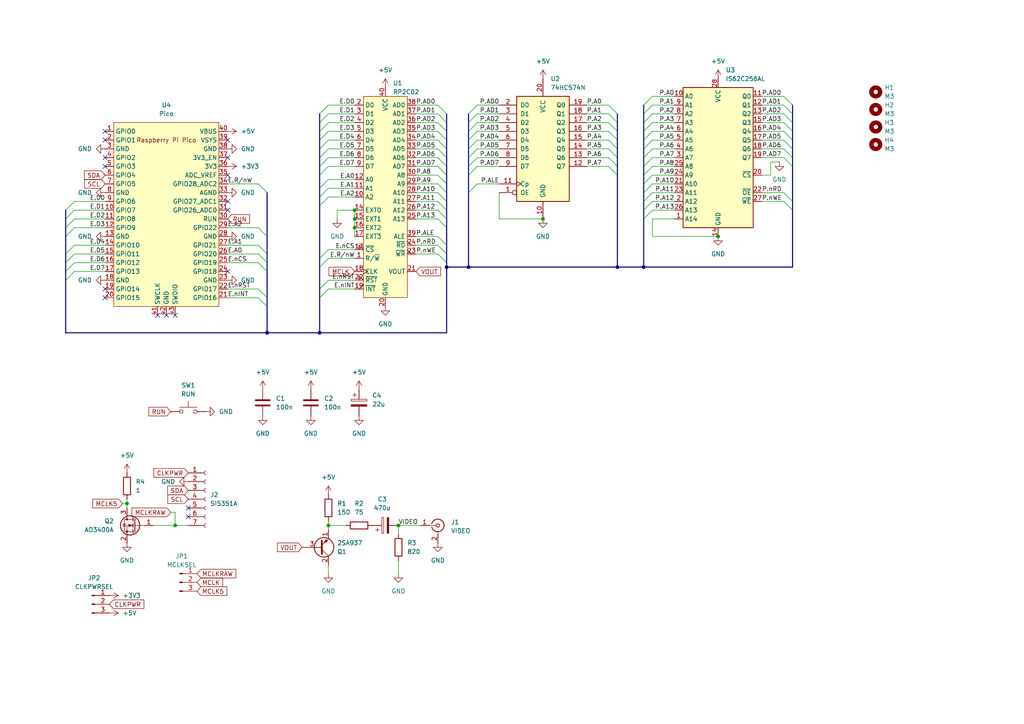
<source format=kicad_sch>
(kicad_sch (version 20231120) (generator "eeschema") (generator_version "8.0")
  (paper "A4")
  (lib_symbols
    (symbol "74xx:74LS574" (pin_names (offset 1.016))
      (property "Reference" "U" (at -7.62 16.51 0))
      (property "Value" "74LS574" (at -7.62 -16.51 0))
      (symbol "74LS574_1_0"
        (pin input inverted (at -12.7 -12.7 0) (length 5.08) (name "OE") (number "1"))
        (pin power_in line (at 0 -20.32 90) (length 5.08) (name "GND") (number "10"))
        (pin input clock (at -12.7 -10.16 0) (length 5.08) (name "Cp") (number "11"))
        (pin tri_state line (at 12.7 -5.08 180) (length 5.08) (name "Q7") (number "12"))
        (pin tri_state line (at 12.7 -2.54 180) (length 5.08) (name "Q6") (number "13"))
        (pin tri_state line (at 12.7 0 180) (length 5.08) (name "Q5") (number "14"))
        (pin tri_state line (at 12.7 2.54 180) (length 5.08) (name "Q4") (number "15"))
        (pin tri_state line (at 12.7 5.08 180) (length 5.08) (name "Q3") (number "16"))
        (pin tri_state line (at 12.7 7.62 180) (length 5.08) (name "Q2") (number "17"))
        (pin tri_state line (at 12.7 10.16 180) (length 5.08) (name "Q1") (number "18"))
        (pin tri_state line (at 12.7 12.7 180) (length 5.08) (name "Q0") (number "19"))
        (pin input line (at -12.7 12.7 0) (length 5.08) (name "D0") (number "2"))
        (pin power_in line (at 0 20.32 270) (length 5.08) (name "VCC") (number "20"))
        (pin input line (at -12.7 10.16 0) (length 5.08) (name "D1") (number "3"))
        (pin input line (at -12.7 7.62 0) (length 5.08) (name "D2") (number "4"))
        (pin input line (at -12.7 5.08 0) (length 5.08) (name "D3") (number "5"))
        (pin input line (at -12.7 2.54 0) (length 5.08) (name "D4") (number "6"))
        (pin input line (at -12.7 0 0) (length 5.08) (name "D5") (number "7"))
        (pin input line (at -12.7 -2.54 0) (length 5.08) (name "D6") (number "8"))
        (pin input line (at -12.7 -5.08 0) (length 5.08) (name "D7") (number "9"))
      )
    )
    (symbol "Connector:Conn_01x03_Pin" (pin_names (offset 1.016) hide)
      (property "Reference" "J" (at 0 5.08 0))
      (property "Value" "Conn_01x03_Pin" (at 0 -5.08 0))
      (symbol "Conn_01x03_Pin_1_1"
        (pin passive line (at 5.08 2.54 180) (length 3.81) (name "Pin_1") (number "1"))
        (pin passive line (at 5.08 0 180) (length 3.81) (name "Pin_2") (number "2"))
        (pin passive line (at 5.08 -2.54 180) (length 3.81) (name "Pin_3") (number "3"))
      )
    )
    (symbol "Connector:Conn_01x07_Socket" (pin_names (offset 1.016) hide)
      (property "Reference" "J" (at 0 10.16 0))
      (property "Value" "Conn_01x07_Socket" (at 0 -10.16 0))
      (symbol "Conn_01x07_Socket_1_1"
        (pin passive line (at -5.08 7.62 0) (length 3.81) (name "Pin_1") (number "1"))
        (pin passive line (at -5.08 5.08 0) (length 3.81) (name "Pin_2") (number "2"))
        (pin passive line (at -5.08 2.54 0) (length 3.81) (name "Pin_3") (number "3"))
        (pin passive line (at -5.08 0 0) (length 3.81) (name "Pin_4") (number "4"))
        (pin passive line (at -5.08 -2.54 0) (length 3.81) (name "Pin_5") (number "5"))
        (pin passive line (at -5.08 -5.08 0) (length 3.81) (name "Pin_6") (number "6"))
        (pin passive line (at -5.08 -7.62 0) (length 3.81) (name "Pin_7") (number "7"))
      )
    )
    (symbol "Connector:Conn_Coaxial" (pin_names (offset 1.016) hide)
      (property "Reference" "J" (at 0.254 3.048 0))
      (property "Value" "Conn_Coaxial" (at 2.921 0 90))
      (symbol "Conn_Coaxial_1_1"
        (pin passive line (at -5.08 0 0) (length 2.54) (name "In") (number "1"))
        (pin passive line (at 0 -5.08 90) (length 2.54) (name "Ext") (number "2"))
      )
    )
    (symbol "Device:C" (pin_numbers hide) (pin_names (offset 0.254))
      (property "Reference" "C" (at 0.635 2.54 0))
      (property "Value" "C" (at 0.635 -2.54 0))
      (symbol "C_1_1"
        (pin passive line (at 0 3.81 270) (length 2.794) (name "~") (number "1"))
        (pin passive line (at 0 -3.81 90) (length 2.794) (name "~") (number "2"))
      )
    )
    (symbol "Device:C_Polarized" (pin_numbers hide) (pin_names (offset 0.254))
      (property "Reference" "C" (at 0.635 2.54 0))
      (property "Value" "C_Polarized" (at 0.635 -2.54 0))
      (symbol "C_Polarized_1_1"
        (pin passive line (at 0 3.81 270) (length 2.794) (name "~") (number "1"))
        (pin passive line (at 0 -3.81 90) (length 2.794) (name "~") (number "2"))
      )
    )
    (symbol "Device:Q_PNP_ECB" (pin_names (offset 0) hide)
      (property "Reference" "Q" (at 5.08 1.27 0))
      (property "Value" "Q_PNP_ECB" (at 5.08 -1.27 0))
      (symbol "Q_PNP_ECB_1_1"
        (pin passive line (at 2.54 -5.08 90) (length 2.54) (name "E") (number "1"))
        (pin passive line (at 2.54 5.08 270) (length 2.54) (name "C") (number "2"))
        (pin input line (at -5.08 0 0) (length 5.715) (name "B") (number "3"))
      )
    )
    (symbol "Device:R" (pin_numbers hide) (pin_names (offset 0))
      (property "Reference" "R" (at 2.032 0 90))
      (property "Value" "R" (at 0 0 90))
      (symbol "R_1_1"
        (pin passive line (at 0 3.81 270) (length 1.27) (name "~") (number "1"))
        (pin passive line (at 0 -3.81 90) (length 1.27) (name "~") (number "2"))
      )
    )
    (symbol "MCU_RaspberryPi_and_Boards:Pico"
      (property "Reference" "U" (at -13.97 27.94 0))
      (property "Value" "Pico" (at 0 19.05 0))
      (symbol "Pico_0_0"
        (text "Raspberry Pi Pico" (at 0 21.59 0) (effects (font (size 1.27 1.27))))
      )
      (symbol "Pico_1_1"
        (pin bidirectional line (at -17.78 24.13 0) (length 2.54) (name "GPIO0") (number "1"))
        (pin bidirectional line (at -17.78 1.27 0) (length 2.54) (name "GPIO7") (number "10"))
        (pin bidirectional line (at -17.78 -1.27 0) (length 2.54) (name "GPIO8") (number "11"))
        (pin bidirectional line (at -17.78 -3.81 0) (length 2.54) (name "GPIO9") (number "12"))
        (pin power_in line (at -17.78 -6.35 0) (length 2.54) (name "GND") (number "13"))
        (pin bidirectional line (at -17.78 -8.89 0) (length 2.54) (name "GPIO10") (number "14"))
        (pin bidirectional line (at -17.78 -11.43 0) (length 2.54) (name "GPIO11") (number "15"))
        (pin bidirectional line (at -17.78 -13.97 0) (length 2.54) (name "GPIO12") (number "16"))
        (pin bidirectional line (at -17.78 -16.51 0) (length 2.54) (name "GPIO13") (number "17"))
        (pin power_in line (at -17.78 -19.05 0) (length 2.54) (name "GND") (number "18"))
        (pin bidirectional line (at -17.78 -21.59 0) (length 2.54) (name "GPIO14") (number "19"))
        (pin bidirectional line (at -17.78 21.59 0) (length 2.54) (name "GPIO1") (number "2"))
        (pin bidirectional line (at -17.78 -24.13 0) (length 2.54) (name "GPIO15") (number "20"))
        (pin bidirectional line (at 17.78 -24.13 180) (length 2.54) (name "GPIO16") (number "21"))
        (pin bidirectional line (at 17.78 -21.59 180) (length 2.54) (name "GPIO17") (number "22"))
        (pin power_in line (at 17.78 -19.05 180) (length 2.54) (name "GND") (number "23"))
        (pin bidirectional line (at 17.78 -16.51 180) (length 2.54) (name "GPIO18") (number "24"))
        (pin bidirectional line (at 17.78 -13.97 180) (length 2.54) (name "GPIO19") (number "25"))
        (pin bidirectional line (at 17.78 -11.43 180) (length 2.54) (name "GPIO20") (number "26"))
        (pin bidirectional line (at 17.78 -8.89 180) (length 2.54) (name "GPIO21") (number "27"))
        (pin power_in line (at 17.78 -6.35 180) (length 2.54) (name "GND") (number "28"))
        (pin bidirectional line (at 17.78 -3.81 180) (length 2.54) (name "GPIO22") (number "29"))
        (pin power_in line (at -17.78 19.05 0) (length 2.54) (name "GND") (number "3"))
        (pin input line (at 17.78 -1.27 180) (length 2.54) (name "RUN") (number "30"))
        (pin bidirectional line (at 17.78 1.27 180) (length 2.54) (name "GPIO26_ADC0") (number "31"))
        (pin bidirectional line (at 17.78 3.81 180) (length 2.54) (name "GPIO27_ADC1") (number "32"))
        (pin power_in line (at 17.78 6.35 180) (length 2.54) (name "AGND") (number "33"))
        (pin bidirectional line (at 17.78 8.89 180) (length 2.54) (name "GPIO28_ADC2") (number "34"))
        (pin power_in line (at 17.78 11.43 180) (length 2.54) (name "ADC_VREF") (number "35"))
        (pin power_in line (at 17.78 13.97 180) (length 2.54) (name "3V3") (number "36"))
        (pin input line (at 17.78 16.51 180) (length 2.54) (name "3V3_EN") (number "37"))
        (pin bidirectional line (at 17.78 19.05 180) (length 2.54) (name "GND") (number "38"))
        (pin power_in line (at 17.78 21.59 180) (length 2.54) (name "VSYS") (number "39"))
        (pin bidirectional line (at -17.78 16.51 0) (length 2.54) (name "GPIO2") (number "4"))
        (pin power_in line (at 17.78 24.13 180) (length 2.54) (name "VBUS") (number "40"))
        (pin input line (at -2.54 -29.21 90) (length 2.54) (name "SWCLK") (number "41"))
        (pin power_in line (at 0 -29.21 90) (length 2.54) (name "GND") (number "42"))
        (pin bidirectional line (at 2.54 -29.21 90) (length 2.54) (name "SWDIO") (number "43"))
        (pin bidirectional line (at -17.78 13.97 0) (length 2.54) (name "GPIO3") (number "5"))
        (pin bidirectional line (at -17.78 11.43 0) (length 2.54) (name "GPIO4") (number "6"))
        (pin bidirectional line (at -17.78 8.89 0) (length 2.54) (name "GPIO5") (number "7"))
        (pin power_in line (at -17.78 6.35 0) (length 2.54) (name "GND") (number "8"))
        (pin bidirectional line (at -17.78 3.81 0) (length 2.54) (name "GPIO6") (number "9"))
      )
    )
    (symbol "Mechanical:MountingHole" (pin_names (offset 1.016)) (exclude_from_sim yes) (in_bom no)
      (property "Reference" "H" (at 0 5.08 0))
      (property "Value" "MountingHole" (at 0 3.175 0))
    )
    (symbol "Memory_RAM:HM62256BLP"
      (property "Reference" "U" (at -10.16 20.955 0))
      (property "Value" "HM62256BLP" (at 2.54 20.955 0))
      (symbol "HM62256BLP_0_0"
        (pin power_in line (at 0 -22.86 90) (length 2.54) (name "GND") (number "14"))
        (pin power_in line (at 0 22.86 270) (length 2.54) (name "VCC") (number "28"))
      )
      (symbol "HM62256BLP_1_1"
        (pin input line (at -12.7 -17.78 0) (length 2.54) (name "A14") (number "1"))
        (pin input line (at -12.7 17.78 0) (length 2.54) (name "A0") (number "10"))
        (pin tri_state line (at 12.7 17.78 180) (length 2.54) (name "Q0") (number "11"))
        (pin tri_state line (at 12.7 15.24 180) (length 2.54) (name "Q1") (number "12"))
        (pin tri_state line (at 12.7 12.7 180) (length 2.54) (name "Q2") (number "13"))
        (pin tri_state line (at 12.7 10.16 180) (length 2.54) (name "Q3") (number "15"))
        (pin tri_state line (at 12.7 7.62 180) (length 2.54) (name "Q4") (number "16"))
        (pin tri_state line (at 12.7 5.08 180) (length 2.54) (name "Q5") (number "17"))
        (pin tri_state line (at 12.7 2.54 180) (length 2.54) (name "Q6") (number "18"))
        (pin tri_state line (at 12.7 0 180) (length 2.54) (name "Q7") (number "19"))
        (pin input line (at -12.7 -12.7 0) (length 2.54) (name "A12") (number "2"))
        (pin input line (at 12.7 -5.08 180) (length 2.54) (name "~{CS}") (number "20"))
        (pin input line (at -12.7 -7.62 0) (length 2.54) (name "A10") (number "21"))
        (pin input line (at 12.7 -10.16 180) (length 2.54) (name "~{OE}") (number "22"))
        (pin input line (at -12.7 -10.16 0) (length 2.54) (name "A11") (number "23"))
        (pin input line (at -12.7 -5.08 0) (length 2.54) (name "A9") (number "24"))
        (pin input line (at -12.7 -2.54 0) (length 2.54) (name "A8") (number "25"))
        (pin input line (at -12.7 -15.24 0) (length 2.54) (name "A13") (number "26"))
        (pin input line (at 12.7 -12.7 180) (length 2.54) (name "~{WE}") (number "27"))
        (pin input line (at -12.7 0 0) (length 2.54) (name "A7") (number "3"))
        (pin input line (at -12.7 2.54 0) (length 2.54) (name "A6") (number "4"))
        (pin input line (at -12.7 5.08 0) (length 2.54) (name "A5") (number "5"))
        (pin input line (at -12.7 7.62 0) (length 2.54) (name "A4") (number "6"))
        (pin input line (at -12.7 10.16 0) (length 2.54) (name "A3") (number "7"))
        (pin input line (at -12.7 12.7 0) (length 2.54) (name "A2") (number "8"))
        (pin input line (at -12.7 15.24 0) (length 2.54) (name "A1") (number "9"))
      )
    )
    (symbol "Switch:SW_Push" (pin_numbers hide) (pin_names (offset 1.016) hide)
      (property "Reference" "SW" (at 1.27 2.54 0))
      (property "Value" "SW_Push" (at 0 -1.524 0))
      (symbol "SW_Push_0_1"
        (pin passive line (at -5.08 0 0) (length 2.54) (name "1") (number "1"))
        (pin passive line (at 5.08 0 180) (length 2.54) (name "2") (number "2"))
      )
    )
    (symbol "Transistor_FET:AO3400A" (pin_names hide)
      (property "Reference" "Q" (at 5.08 1.905 0))
      (property "Value" "AO3400A" (at 5.08 0 0))
      (symbol "AO3400A_1_1"
        (pin input line (at -5.08 0 0) (length 2.54) (name "G") (number "1"))
        (pin passive line (at 2.54 -5.08 90) (length 2.54) (name "S") (number "2"))
        (pin passive line (at 2.54 5.08 270) (length 2.54) (name "D") (number "3"))
      )
    )
    (symbol "obsolete-video:RP2C02"
      (property "Reference" "U" (at -6.35 27.305 0))
      (property "Value" "RP2C02" (at 7.62 27.305 0))
      (symbol "RP2C02_1_1"
        (pin input line (at -8.89 -21.59 0) (length 2.54) (name "R/~{W}") (number "1"))
        (pin input line (at -8.89 -3.81 0) (length 2.54) (name "A2") (number "10"))
        (pin input line (at -8.89 -1.27 0) (length 2.54) (name "A1") (number "11"))
        (pin input line (at -8.89 1.27 0) (length 2.54) (name "A0") (number "12"))
        (pin input input_low (at -8.89 -19.05 0) (length 2.54) (name "~{CS}") (number "13"))
        (pin bidirectional line (at -8.89 -7.62 0) (length 2.54) (name "EXT0") (number "14"))
        (pin bidirectional line (at -8.89 -10.16 0) (length 2.54) (name "EXT1") (number "15"))
        (pin bidirectional line (at -8.89 -12.7 0) (length 2.54) (name "EXT2") (number "16"))
        (pin bidirectional line (at -8.89 -15.24 0) (length 2.54) (name "EXT3") (number "17"))
        (pin input clock (at -8.89 -25.4 0) (length 2.54) (name "CLK") (number "18"))
        (pin open_collector output_low (at -8.89 -30.48 0) (length 2.54) (name "~{INT}") (number "19"))
        (pin bidirectional line (at -8.89 22.86 0) (length 2.54) (name "D0") (number "2"))
        (pin power_in line (at 0 -35.56 90) (length 2.54) (name "GND") (number "20"))
        (pin output line (at 8.89 -25.4 180) (length 2.54) (name "VOUT") (number "21"))
        (pin input input_low (at -8.89 -27.94 0) (length 2.54) (name "~{RST}") (number "22"))
        (pin output output_low (at 8.89 -20.32 180) (length 2.54) (name "~{WR}") (number "23"))
        (pin output output_low (at 8.89 -17.78 180) (length 2.54) (name "~{RD}") (number "24"))
        (pin output line (at 8.89 -10.16 180) (length 2.54) (name "A13") (number "25"))
        (pin output line (at 8.89 -7.62 180) (length 2.54) (name "A12") (number "26"))
        (pin output line (at 8.89 -5.08 180) (length 2.54) (name "A11") (number "27"))
        (pin output line (at 8.89 -2.54 180) (length 2.54) (name "A10") (number "28"))
        (pin output line (at 8.89 0 180) (length 2.54) (name "A9") (number "29"))
        (pin bidirectional line (at -8.89 20.32 0) (length 2.54) (name "D1") (number "3"))
        (pin output line (at 8.89 2.54 180) (length 2.54) (name "A8") (number "30"))
        (pin bidirectional line (at 8.89 5.08 180) (length 2.54) (name "AD7") (number "31"))
        (pin bidirectional line (at 8.89 7.62 180) (length 2.54) (name "AD6") (number "32"))
        (pin bidirectional line (at 8.89 10.16 180) (length 2.54) (name "AD5") (number "33"))
        (pin bidirectional line (at 8.89 12.7 180) (length 2.54) (name "AD4") (number "34"))
        (pin bidirectional line (at 8.89 15.24 180) (length 2.54) (name "AD3") (number "35"))
        (pin bidirectional line (at 8.89 17.78 180) (length 2.54) (name "AD2") (number "36"))
        (pin bidirectional line (at 8.89 20.32 180) (length 2.54) (name "AD1") (number "37"))
        (pin bidirectional line (at 8.89 22.86 180) (length 2.54) (name "AD0") (number "38"))
        (pin output line (at 8.89 -15.24 180) (length 2.54) (name "ALE") (number "39"))
        (pin bidirectional line (at -8.89 17.78 0) (length 2.54) (name "D2") (number "4"))
        (pin power_in line (at 0 27.94 270) (length 2.54) (name "VCC") (number "40"))
        (pin bidirectional line (at -8.89 15.24 0) (length 2.54) (name "D3") (number "5"))
        (pin bidirectional line (at -8.89 12.7 0) (length 2.54) (name "D4") (number "6"))
        (pin bidirectional line (at -8.89 10.16 0) (length 2.54) (name "D5") (number "7"))
        (pin bidirectional line (at -8.89 7.62 0) (length 2.54) (name "D6") (number "8"))
        (pin bidirectional line (at -8.89 5.08 0) (length 2.54) (name "D7") (number "9"))
      )
    )
    (symbol "power:+3V3" (power) (pin_numbers hide) (pin_names (offset 0) hide)
      (property "Value" "+3V3" (at 0 3.556 0))
      (symbol "+3V3_1_1"
        (pin power_in line (at 0 0 90) (length 0) (name "~") (number "1"))
      )
    )
    (symbol "power:+5V" (power) (pin_numbers hide) (pin_names (offset 0) hide)
      (property "Value" "+5V" (at 0 3.556 0))
      (symbol "+5V_1_1"
        (pin power_in line (at 0 0 90) (length 0) (name "~") (number "1"))
      )
    )
    (symbol "power:GND" (power) (pin_numbers hide) (pin_names (offset 0) hide)
      (property "Value" "GND" (at 0 -3.81 0))
      (symbol "GND_1_1"
        (pin power_in line (at 0 0 270) (length 0) (name "~") (number "1"))
      )
    )
  )
  (junction (at 129.54 77.47))
  (junction (at 135.89 77.47))
  (junction (at 186.69 77.47))
  (junction (at 77.47 96.52))
  (junction (at 157.48 63.5))
  (junction (at 36.83 146.05))
  (junction (at 50.8 152.4))
  (junction (at 102.87 66.04))
  (junction (at 95.25 152.4))
  (junction (at 179.07 77.47))
  (junction (at 102.87 60.96))
  (junction (at 208.28 68.58))
  (junction (at 102.87 63.5))
  (junction (at 92.71 96.52))
  (junction (at 115.57 152.4))
  (no_connect (at 30.48 40.64))
  (no_connect (at 66.04 78.74))
  (no_connect (at 54.61 149.86))
  (no_connect (at 30.48 48.26))
  (no_connect (at 48.26 91.44))
  (no_connect (at 30.48 38.1))
  (no_connect (at 66.04 45.72))
  (no_connect (at 30.48 83.82))
  (no_connect (at 30.48 45.72))
  (no_connect (at 54.61 147.32))
  (no_connect (at 66.04 40.64))
  (no_connect (at 66.04 58.42))
  (no_connect (at 30.48 86.36))
  (no_connect (at 66.04 60.96))
  (no_connect (at 66.04 50.8))
  (no_connect (at 50.8 91.44))
  (no_connect (at 45.72 91.44))
  (bus_entry (at 227.33 35.56) (size 2.54 2.54))
  (bus_entry (at 95.25 38.1) (size -2.54 2.54))
  (bus_entry (at 227.33 27.94) (size 2.54 2.54))
  (bus_entry (at 127 35.56) (size 2.54 2.54))
  (bus_entry (at 127 73.66) (size 2.54 2.54))
  (bus_entry (at 189.23 48.26) (size -2.54 2.54))
  (bus_entry (at 138.43 33.02) (size -2.54 2.54))
  (bus_entry (at 127 38.1) (size 2.54 2.54))
  (bus_entry (at 189.23 38.1) (size -2.54 2.54))
  (bus_entry (at 95.25 33.02) (size -2.54 2.54))
  (bus_entry (at 127 60.96) (size 2.54 2.54))
  (bus_entry (at 189.23 40.64) (size -2.54 2.54))
  (bus_entry (at 95.25 35.56) (size -2.54 2.54))
  (bus_entry (at 74.93 86.36) (size 2.54 2.54))
  (bus_entry (at 95.25 72.39) (size -2.54 2.54))
  (bus_entry (at 21.59 78.74) (size -2.54 2.54))
  (bus_entry (at 21.59 58.42) (size -2.54 2.54))
  (bus_entry (at 176.53 40.64) (size 2.54 2.54))
  (bus_entry (at 74.93 73.66) (size 2.54 2.54))
  (bus_entry (at 127 55.88) (size 2.54 2.54))
  (bus_entry (at 138.43 38.1) (size -2.54 2.54))
  (bus_entry (at 127 33.02) (size 2.54 2.54))
  (bus_entry (at 189.23 53.34) (size -2.54 2.54))
  (bus_entry (at 127 45.72) (size 2.54 2.54))
  (bus_entry (at 127 43.18) (size 2.54 2.54))
  (bus_entry (at 95.25 40.64) (size -2.54 2.54))
  (bus_entry (at 74.93 83.82) (size 2.54 2.54))
  (bus_entry (at 95.25 83.82) (size -2.54 2.54))
  (bus_entry (at 176.53 33.02) (size 2.54 2.54))
  (bus_entry (at 138.43 30.48) (size -2.54 2.54))
  (bus_entry (at 189.23 30.48) (size -2.54 2.54))
  (bus_entry (at 127 58.42) (size 2.54 2.54))
  (bus_entry (at 21.59 71.12) (size -2.54 2.54))
  (bus_entry (at 176.53 38.1) (size 2.54 2.54))
  (bus_entry (at 95.25 52.07) (size -2.54 2.54))
  (bus_entry (at 227.33 40.64) (size 2.54 2.54))
  (bus_entry (at 227.33 43.18) (size 2.54 2.54))
  (bus_entry (at 95.25 54.61) (size -2.54 2.54))
  (bus_entry (at 227.33 33.02) (size 2.54 2.54))
  (bus_entry (at 189.23 35.56) (size -2.54 2.54))
  (bus_entry (at 127 53.34) (size 2.54 2.54))
  (bus_entry (at 176.53 48.26) (size 2.54 2.54))
  (bus_entry (at 189.23 55.88) (size -2.54 2.54))
  (bus_entry (at 138.43 43.18) (size -2.54 2.54))
  (bus_entry (at 189.23 45.72) (size -2.54 2.54))
  (bus_entry (at 21.59 66.04) (size -2.54 2.54))
  (bus_entry (at 74.93 71.12) (size 2.54 2.54))
  (bus_entry (at 95.25 45.72) (size -2.54 2.54))
  (bus_entry (at 95.25 74.93) (size -2.54 2.54))
  (bus_entry (at 95.25 30.48) (size -2.54 2.54))
  (bus_entry (at 21.59 63.5) (size -2.54 2.54))
  (bus_entry (at 227.33 30.48) (size 2.54 2.54))
  (bus_entry (at 127 30.48) (size 2.54 2.54))
  (bus_entry (at 127 71.12) (size 2.54 2.54))
  (bus_entry (at 127 40.64) (size 2.54 2.54))
  (bus_entry (at 176.53 43.18) (size 2.54 2.54))
  (bus_entry (at 189.23 58.42) (size -2.54 2.54))
  (bus_entry (at 189.23 43.18) (size -2.54 2.54))
  (bus_entry (at 138.43 45.72) (size -2.54 2.54))
  (bus_entry (at 21.59 60.96) (size -2.54 2.54))
  (bus_entry (at 138.43 40.64) (size -2.54 2.54))
  (bus_entry (at 95.25 81.28) (size -2.54 2.54))
  (bus_entry (at 176.53 45.72) (size 2.54 2.54))
  (bus_entry (at 227.33 45.72) (size 2.54 2.54))
  (bus_entry (at 176.53 30.48) (size 2.54 2.54))
  (bus_entry (at 74.93 66.04) (size 2.54 2.54))
  (bus_entry (at 95.25 43.18) (size -2.54 2.54))
  (bus_entry (at 127 68.58) (size 2.54 2.54))
  (bus_entry (at 189.23 27.94) (size -2.54 2.54))
  (bus_entry (at 138.43 35.56) (size -2.54 2.54))
  (bus_entry (at 21.59 76.2) (size -2.54 2.54))
  (bus_entry (at 127 63.5) (size 2.54 2.54))
  (bus_entry (at 227.33 55.88) (size 2.54 2.54))
  (bus_entry (at 189.23 60.96) (size -2.54 2.54))
  (bus_entry (at 176.53 35.56) (size 2.54 2.54))
  (bus_entry (at 138.43 48.26) (size -2.54 2.54))
  (bus_entry (at 138.43 53.34) (size -2.54 2.54))
  (bus_entry (at 95.25 57.15) (size -2.54 2.54))
  (bus_entry (at 21.59 73.66) (size -2.54 2.54))
  (bus_entry (at 227.33 58.42) (size 2.54 2.54))
  (bus_entry (at 127 50.8) (size 2.54 2.54))
  (bus_entry (at 227.33 38.1) (size 2.54 2.54))
  (bus_entry (at 74.93 76.2) (size 2.54 2.54))
  (bus_entry (at 189.23 50.8) (size -2.54 2.54))
  (bus_entry (at 127 48.26) (size 2.54 2.54))
  (bus_entry (at 74.93 53.34) (size 2.54 2.54))
  (bus_entry (at 95.25 48.26) (size -2.54 2.54))
  (bus_entry (at 189.23 33.02) (size -2.54 2.54))
  (wire (pts (xy 120.65 73.66) (xy 127 73.66)))
  (wire (pts (xy 102.87 72.39) (xy 95.25 72.39)))
  (bus (pts (xy 186.69 40.64) (xy 186.69 43.18)))
  (wire (pts (xy 120.65 58.42) (xy 127 58.42)))
  (wire (pts (xy 195.58 27.94) (xy 189.23 27.94)))
  (bus (pts (xy 135.89 38.1) (xy 135.89 40.64)))
  (bus (pts (xy 77.47 78.74) (xy 77.47 86.36)))
  (bus (pts (xy 129.54 38.1) (xy 129.54 40.64)))
  (wire (pts (xy 220.98 40.64) (xy 227.33 40.64)))
  (wire (pts (xy 144.78 63.5) (xy 157.48 63.5)))
  (wire (pts (xy 120.65 48.26) (xy 127 48.26)))
  (bus (pts (xy 19.05 81.28) (xy 19.05 96.52)))
  (bus (pts (xy 129.54 66.04) (xy 129.54 71.12)))
  (wire (pts (xy 144.78 40.64) (xy 138.43 40.64)))
  (wire (pts (xy 36.83 146.05) (xy 36.83 147.32)))
  (bus (pts (xy 229.87 35.56) (xy 229.87 38.1)))
  (wire (pts (xy 102.87 66.04) (xy 102.87 68.58)))
  (wire (pts (xy 21.59 66.04) (xy 30.48 66.04)))
  (bus (pts (xy 179.07 35.56) (xy 179.07 38.1)))
  (bus (pts (xy 179.07 77.47) (xy 186.69 77.47)))
  (wire (pts (xy 102.87 83.82) (xy 95.25 83.82)))
  (wire (pts (xy 102.87 81.28) (xy 95.25 81.28)))
  (wire (pts (xy 102.87 63.5) (xy 102.87 66.04)))
  (bus (pts (xy 179.07 40.64) (xy 179.07 43.18)))
  (bus (pts (xy 77.47 76.2) (xy 77.47 78.74)))
  (bus (pts (xy 77.47 86.36) (xy 77.47 88.9)))
  (wire (pts (xy 170.18 40.64) (xy 176.53 40.64)))
  (bus (pts (xy 129.54 33.02) (xy 129.54 35.56)))
  (bus (pts (xy 229.87 58.42) (xy 229.87 60.96)))
  (wire (pts (xy 144.78 35.56) (xy 138.43 35.56)))
  (bus (pts (xy 129.54 50.8) (xy 129.54 53.34)))
  (wire (pts (xy 144.78 48.26) (xy 138.43 48.26)))
  (bus (pts (xy 92.71 38.1) (xy 92.71 40.64)))
  (wire (pts (xy 120.65 60.96) (xy 127 60.96)))
  (wire (pts (xy 170.18 43.18) (xy 176.53 43.18)))
  (wire (pts (xy 21.59 58.42) (xy 30.48 58.42)))
  (wire (pts (xy 195.58 43.18) (xy 189.23 43.18)))
  (bus (pts (xy 77.47 68.58) (xy 77.47 73.66)))
  (bus (pts (xy 229.87 38.1) (xy 229.87 40.64)))
  (bus (pts (xy 92.71 48.26) (xy 92.71 50.8)))
  (bus (pts (xy 179.07 48.26) (xy 179.07 50.8)))
  (wire (pts (xy 189.23 63.5) (xy 195.58 63.5)))
  (bus (pts (xy 92.71 74.93) (xy 92.71 77.47)))
  (bus (pts (xy 129.54 58.42) (xy 129.54 60.96)))
  (wire (pts (xy 195.58 53.34) (xy 189.23 53.34)))
  (bus (pts (xy 92.71 40.64) (xy 92.71 43.18)))
  (wire (pts (xy 170.18 33.02) (xy 176.53 33.02)))
  (wire (pts (xy 102.87 38.1) (xy 95.25 38.1)))
  (wire (pts (xy 144.78 33.02) (xy 138.43 33.02)))
  (bus (pts (xy 186.69 50.8) (xy 186.69 53.34)))
  (bus (pts (xy 129.54 73.66) (xy 129.54 76.2)))
  (bus (pts (xy 77.47 96.52) (xy 92.71 96.52)))
  (wire (pts (xy 115.57 162.56) (xy 115.57 166.37)))
  (bus (pts (xy 129.54 63.5) (xy 129.54 66.04)))
  (wire (pts (xy 102.87 35.56) (xy 95.25 35.56)))
  (wire (pts (xy 220.98 30.48) (xy 227.33 30.48)))
  (bus (pts (xy 77.47 55.88) (xy 77.47 68.58)))
  (wire (pts (xy 120.65 63.5) (xy 127 63.5)))
  (wire (pts (xy 35.56 146.05) (xy 36.83 146.05)))
  (bus (pts (xy 229.87 33.02) (xy 229.87 35.56)))
  (wire (pts (xy 120.65 40.64) (xy 127 40.64)))
  (bus (pts (xy 186.69 53.34) (xy 186.69 55.88)))
  (wire (pts (xy 170.18 45.72) (xy 176.53 45.72)))
  (bus (pts (xy 19.05 96.52) (xy 77.47 96.52)))
  (bus (pts (xy 135.89 48.26) (xy 135.89 50.8)))
  (bus (pts (xy 129.54 71.12) (xy 129.54 73.66)))
  (wire (pts (xy 21.59 73.66) (xy 30.48 73.66)))
  (bus (pts (xy 135.89 33.02) (xy 135.89 35.56)))
  (wire (pts (xy 44.45 152.4) (xy 50.8 152.4)))
  (bus (pts (xy 129.54 40.64) (xy 129.54 43.18)))
  (wire (pts (xy 220.98 58.42) (xy 227.33 58.42)))
  (wire (pts (xy 170.18 35.56) (xy 176.53 35.56)))
  (wire (pts (xy 195.58 33.02) (xy 189.23 33.02)))
  (bus (pts (xy 186.69 60.96) (xy 186.69 63.5)))
  (bus (pts (xy 129.54 53.34) (xy 129.54 55.88)))
  (wire (pts (xy 170.18 38.1) (xy 176.53 38.1)))
  (wire (pts (xy 95.25 152.4) (xy 100.33 152.4)))
  (wire (pts (xy 220.98 55.88) (xy 227.33 55.88)))
  (wire (pts (xy 189.23 68.58) (xy 208.28 68.58)))
  (bus (pts (xy 229.87 60.96) (xy 229.87 77.47)))
  (wire (pts (xy 36.83 144.78) (xy 36.83 146.05)))
  (wire (pts (xy 220.98 45.72) (xy 227.33 45.72)))
  (wire (pts (xy 97.79 60.96) (xy 102.87 60.96)))
  (wire (pts (xy 50.8 148.59) (xy 50.8 152.4)))
  (wire (pts (xy 120.65 43.18) (xy 127 43.18)))
  (bus (pts (xy 129.54 55.88) (xy 129.54 58.42)))
  (bus (pts (xy 129.54 43.18) (xy 129.54 45.72)))
  (wire (pts (xy 195.58 38.1) (xy 189.23 38.1)))
  (bus (pts (xy 186.69 45.72) (xy 186.69 48.26)))
  (wire (pts (xy 97.79 63.5) (xy 97.79 60.96)))
  (bus (pts (xy 129.54 60.96) (xy 129.54 63.5)))
  (bus (pts (xy 77.47 88.9) (xy 77.47 96.52)))
  (wire (pts (xy 102.87 74.93) (xy 95.25 74.93)))
  (wire (pts (xy 144.78 43.18) (xy 138.43 43.18)))
  (bus (pts (xy 186.69 63.5) (xy 186.69 77.47)))
  (bus (pts (xy 19.05 63.5) (xy 19.05 66.04)))
  (bus (pts (xy 135.89 50.8) (xy 135.89 55.88)))
  (wire (pts (xy 102.87 40.64) (xy 95.25 40.64)))
  (wire (pts (xy 66.04 71.12) (xy 74.93 71.12)))
  (bus (pts (xy 92.71 50.8) (xy 92.71 54.61)))
  (bus (pts (xy 179.07 33.02) (xy 179.07 35.56)))
  (bus (pts (xy 92.71 33.02) (xy 92.71 35.56)))
  (bus (pts (xy 77.47 73.66) (xy 77.47 76.2)))
  (wire (pts (xy 66.04 66.04) (xy 74.93 66.04)))
  (bus (pts (xy 19.05 68.58) (xy 19.05 73.66)))
  (bus (pts (xy 19.05 78.74) (xy 19.05 81.28)))
  (wire (pts (xy 102.87 52.07) (xy 95.25 52.07)))
  (wire (pts (xy 120.65 50.8) (xy 127 50.8)))
  (wire (pts (xy 189.23 63.5) (xy 189.23 68.58)))
  (wire (pts (xy 226.06 46.99) (xy 223.52 46.99)))
  (wire (pts (xy 144.78 30.48) (xy 138.43 30.48)))
  (bus (pts (xy 179.07 45.72) (xy 179.07 48.26)))
  (bus (pts (xy 229.87 45.72) (xy 229.87 48.26)))
  (bus (pts (xy 229.87 48.26) (xy 229.87 58.42)))
  (bus (pts (xy 92.71 43.18) (xy 92.71 45.72)))
  (wire (pts (xy 120.65 55.88) (xy 127 55.88)))
  (wire (pts (xy 50.8 152.4) (xy 54.61 152.4)))
  (wire (pts (xy 170.18 30.48) (xy 176.53 30.48)))
  (bus (pts (xy 135.89 35.56) (xy 135.89 38.1)))
  (bus (pts (xy 186.69 77.47) (xy 229.87 77.47)))
  (wire (pts (xy 120.65 71.12) (xy 127 71.12)))
  (wire (pts (xy 195.58 35.56) (xy 189.23 35.56)))
  (bus (pts (xy 186.69 30.48) (xy 186.69 33.02)))
  (wire (pts (xy 144.78 38.1) (xy 138.43 38.1)))
  (wire (pts (xy 21.59 63.5) (xy 30.48 63.5)))
  (wire (pts (xy 49.53 148.59) (xy 50.8 148.59)))
  (wire (pts (xy 170.18 48.26) (xy 176.53 48.26)))
  (bus (pts (xy 186.69 35.56) (xy 186.69 38.1)))
  (wire (pts (xy 120.65 68.58) (xy 127 68.58)))
  (bus (pts (xy 135.89 45.72) (xy 135.89 48.26)))
  (bus (pts (xy 179.07 43.18) (xy 179.07 45.72)))
  (wire (pts (xy 144.78 45.72) (xy 138.43 45.72)))
  (wire (pts (xy 95.25 163.83) (xy 95.25 166.37)))
  (bus (pts (xy 92.71 35.56) (xy 92.71 38.1)))
  (bus (pts (xy 19.05 60.96) (xy 19.05 63.5)))
  (wire (pts (xy 220.98 35.56) (xy 227.33 35.56)))
  (bus (pts (xy 129.54 76.2) (xy 129.54 77.47)))
  (wire (pts (xy 74.93 86.36) (xy 66.04 86.36)))
  (wire (pts (xy 195.58 40.64) (xy 189.23 40.64)))
  (wire (pts (xy 120.65 35.56) (xy 127 35.56)))
  (bus (pts (xy 135.89 43.18) (xy 135.89 45.72)))
  (wire (pts (xy 220.98 27.94) (xy 227.33 27.94)))
  (bus (pts (xy 179.07 38.1) (xy 179.07 40.64)))
  (wire (pts (xy 223.52 46.99) (xy 223.52 50.8)))
  (wire (pts (xy 120.65 45.72) (xy 127 45.72)))
  (bus (pts (xy 229.87 40.64) (xy 229.87 43.18)))
  (wire (pts (xy 21.59 76.2) (xy 30.48 76.2)))
  (wire (pts (xy 144.78 55.88) (xy 144.78 63.5)))
  (wire (pts (xy 102.87 33.02) (xy 95.25 33.02)))
  (wire (pts (xy 195.58 58.42) (xy 189.23 58.42)))
  (wire (pts (xy 95.25 153.67) (xy 95.25 152.4)))
  (bus (pts (xy 186.69 38.1) (xy 186.69 40.64)))
  (wire (pts (xy 220.98 33.02) (xy 227.33 33.02)))
  (bus (pts (xy 129.54 48.26) (xy 129.54 50.8)))
  (bus (pts (xy 129.54 45.72) (xy 129.54 48.26)))
  (wire (pts (xy 195.58 45.72) (xy 189.23 45.72)))
  (bus (pts (xy 186.69 43.18) (xy 186.69 45.72)))
  (bus (pts (xy 129.54 35.56) (xy 129.54 38.1)))
  (bus (pts (xy 129.54 77.47) (xy 135.89 77.47)))
  (bus (pts (xy 92.71 59.69) (xy 92.71 74.93)))
  (wire (pts (xy 102.87 43.18) (xy 95.25 43.18)))
  (bus (pts (xy 92.71 83.82) (xy 92.71 86.36)))
  (bus (pts (xy 186.69 48.26) (xy 186.69 50.8)))
  (wire (pts (xy 66.04 53.34) (xy 74.93 53.34)))
  (wire (pts (xy 21.59 71.12) (xy 30.48 71.12)))
  (bus (pts (xy 186.69 33.02) (xy 186.69 35.56)))
  (wire (pts (xy 102.87 60.96) (xy 102.87 63.5)))
  (bus (pts (xy 186.69 58.42) (xy 186.69 60.96)))
  (wire (pts (xy 21.59 78.74) (xy 30.48 78.74)))
  (wire (pts (xy 195.58 48.26) (xy 189.23 48.26)))
  (bus (pts (xy 19.05 66.04) (xy 19.05 68.58)))
  (wire (pts (xy 21.59 60.96) (xy 30.48 60.96)))
  (wire (pts (xy 102.87 45.72) (xy 95.25 45.72)))
  (wire (pts (xy 220.98 43.18) (xy 227.33 43.18)))
  (bus (pts (xy 135.89 77.47) (xy 179.07 77.47)))
  (wire (pts (xy 120.65 30.48) (xy 127 30.48)))
  (wire (pts (xy 120.65 33.02) (xy 127 33.02)))
  (wire (pts (xy 66.04 76.2) (xy 74.93 76.2)))
  (bus (pts (xy 229.87 43.18) (xy 229.87 45.72)))
  (bus (pts (xy 179.07 50.8) (xy 179.07 77.47)))
  (bus (pts (xy 92.71 54.61) (xy 92.71 57.15)))
  (wire (pts (xy 66.04 73.66) (xy 74.93 73.66)))
  (wire (pts (xy 74.93 83.82) (xy 66.04 83.82)))
  (bus (pts (xy 186.69 55.88) (xy 186.69 58.42)))
  (wire (pts (xy 195.58 60.96) (xy 189.23 60.96)))
  (wire (pts (xy 115.57 154.94) (xy 115.57 152.4)))
  (bus (pts (xy 92.71 45.72) (xy 92.71 48.26)))
  (wire (pts (xy 102.87 30.48) (xy 95.25 30.48)))
  (wire (pts (xy 102.87 54.61) (xy 95.25 54.61)))
  (wire (pts (xy 102.87 57.15) (xy 95.25 57.15)))
  (bus (pts (xy 92.71 96.52) (xy 129.54 96.52)))
  (bus (pts (xy 135.89 55.88) (xy 135.89 77.47)))
  (bus (pts (xy 92.71 77.47) (xy 92.71 83.82)))
  (wire (pts (xy 121.92 152.4) (xy 115.57 152.4)))
  (wire (pts (xy 120.65 38.1) (xy 127 38.1)))
  (bus (pts (xy 135.89 40.64) (xy 135.89 43.18)))
  (bus (pts (xy 129.54 96.52) (xy 129.54 77.47)))
  (bus (pts (xy 92.71 86.36) (xy 92.71 96.52)))
  (wire (pts (xy 102.87 48.26) (xy 95.25 48.26)))
  (bus (pts (xy 229.87 30.48) (xy 229.87 33.02)))
  (wire (pts (xy 195.58 30.48) (xy 189.23 30.48)))
  (bus (pts (xy 19.05 76.2) (xy 19.05 78.74)))
  (wire (pts (xy 95.25 151.13) (xy 95.25 152.4)))
  (bus (pts (xy 92.71 57.15) (xy 92.71 59.69)))
  (bus (pts (xy 19.05 73.66) (xy 19.05 76.2)))
  (wire (pts (xy 223.52 50.8) (xy 220.98 50.8)))
  (wire (pts (xy 144.78 53.34) (xy 138.43 53.34)))
  (wire (pts (xy 195.58 50.8) (xy 189.23 50.8)))
  (wire (pts (xy 195.58 55.88) (xy 189.23 55.88)))
  (wire (pts (xy 220.98 38.1) (xy 227.33 38.1)))
  (wire (pts (xy 120.65 53.34) (xy 127 53.34)))
  (label "P.A1" (at 170.18 33.02 0))
  (label "P.nRD" (at 120.65 71.12 0))
  (label "P.A5" (at 170.18 43.18 0))
  (label "P.A8" (at 120.65 50.8 0))
  (label "P.AD3" (at 120.65 38.1 0))
  (label "P.A7" (at 170.18 48.26 0))
  (label "P.AD4" (at 220.98 38.1 0))
  (label "E.nINT" (at 102.87 83.82 180))
  (label "P.nWE" (at 120.65 73.66 0))
  (label "E.D6" (at 102.87 45.72 180))
  (label "P.A7" (at 195.58 45.72 180))
  (label "E.D2" (at 30.48 63.5 180))
  (label "VIDEO" (at 115.57 152.4 0))
  (label "P.A1" (at 195.58 30.48 180))
  (label "E.nINT" (at 66.04 86.36 0))
  (label "P.A3" (at 195.58 35.56 180))
  (label "P.A10" (at 120.65 55.88 0))
  (label "P.A6" (at 195.58 43.18 180))
  (label "P.ALE" (at 120.65 68.58 0))
  (label "P.A9" (at 120.65 53.34 0))
  (label "P.AD7" (at 144.78 48.26 180))
  (label "E.D3" (at 30.48 66.04 180))
  (label "E.D5" (at 102.87 43.18 180))
  (label "P.AD0" (at 144.78 30.48 180))
  (label "P.A10" (at 195.58 53.34 180))
  (label "E.R{slash}nW" (at 102.87 74.93 180))
  (label "E.R{slash}nW" (at 66.04 53.34 0))
  (label "E.D2" (at 102.87 35.56 180))
  (label "P.nWE" (at 220.98 58.42 0))
  (label "P.AD0" (at 120.65 30.48 0))
  (label "E.A0" (at 66.04 73.66 0))
  (label "P.A2" (at 170.18 35.56 0))
  (label "P.A12" (at 120.65 60.96 0))
  (label "P.A13" (at 195.58 60.96 180))
  (label "E.nRST" (at 66.04 83.82 0))
  (label "P.A4" (at 170.18 40.64 0))
  (label "E.nCS" (at 66.04 76.2 0))
  (label "P.A13" (at 120.65 63.5 0))
  (label "P.A11" (at 120.65 58.42 0))
  (label "E.D4" (at 30.48 71.12 180))
  (label "P.A4" (at 195.58 38.1 180))
  (label "E.D3" (at 102.87 38.1 180))
  (label "P.A2" (at 195.58 33.02 180))
  (label "P.AD4" (at 120.65 40.64 0))
  (label "P.nRD" (at 220.98 55.88 0))
  (label "P.AD5" (at 220.98 40.64 0))
  (label "E.D6" (at 30.48 76.2 180))
  (label "P.AD7" (at 120.65 48.26 0))
  (label "E.A2" (at 102.87 57.15 180))
  (label "E.D0" (at 30.48 58.42 180))
  (label "P.AD2" (at 144.78 35.56 180))
  (label "E.nCS" (at 102.87 72.39 180))
  (label "P.AD7" (at 220.98 45.72 0))
  (label "P.AD6" (at 120.65 45.72 0))
  (label "P.A0" (at 195.58 27.94 180))
  (label "P.AD3" (at 144.78 38.1 180))
  (label "P.AD6" (at 144.78 45.72 180))
  (label "P.AD2" (at 120.65 35.56 0))
  (label "E.D7" (at 102.87 48.26 180))
  (label "P.A12" (at 195.58 58.42 180))
  (label "E.D1" (at 102.87 33.02 180))
  (label "E.D1" (at 30.48 60.96 180))
  (label "E.D0" (at 102.87 30.48 180))
  (label "P.AD1" (at 144.78 33.02 180))
  (label "P.AD3" (at 220.98 35.56 0))
  (label "P.A11" (at 195.58 55.88 180))
  (label "P.AD5" (at 120.65 43.18 0))
  (label "P.AD1" (at 220.98 30.48 0))
  (label "E.A1" (at 102.87 54.61 180))
  (label "P.A6" (at 170.18 45.72 0))
  (label "P.AD4" (at 144.78 40.64 180))
  (label "P.ALE" (at 144.78 53.34 180))
  (label "P.A8" (at 195.58 48.26 180))
  (label "P.AD2" (at 220.98 33.02 0))
  (label "P.AD0" (at 220.98 27.94 0))
  (label "P.AD5" (at 144.78 43.18 180))
  (label "E.A0" (at 102.87 52.07 180))
  (label "P.A5" (at 195.58 40.64 180))
  (label "E.D4" (at 102.87 40.64 180))
  (label "E.nRST" (at 102.87 81.28 180))
  (label "E.D5" (at 30.48 73.66 180))
  (label "P.AD1" (at 120.65 33.02 0))
  (label "E.A1" (at 66.04 71.12 0))
  (label "P.A0" (at 170.18 30.48 0))
  (label "P.AD6" (at 220.98 43.18 0))
  (label "E.A2" (at 66.04 66.04 0))
  (label "P.A3" (at 170.18 38.1 0))
  (label "P.A9" (at 195.58 50.8 180))
  (label "E.D7" (at 30.48 78.74 180))
  (global_label "MCLK" (shape input) (at 102.87 78.74 180) (property "Intersheetrefs" "${INTERSHEET_REFS}" (effects (hide yes))))
  (global_label "SCL" (shape input) (at 30.48 53.34 180) (property "Intersheetrefs" "${INTERSHEET_REFS}" (effects (hide yes))))
  (global_label "CLKPWR" (shape input) (at 54.61 137.16 180) (property "Intersheetrefs" "${INTERSHEET_REFS}" (effects (hide yes))))
  (global_label "RUN" (shape input) (at 49.53 119.38 180) (property "Intersheetrefs" "${INTERSHEET_REFS}" (effects (hide yes))))
  (global_label "RUN" (shape input) (at 66.04 63.5 0) (property "Intersheetrefs" "${INTERSHEET_REFS}" (effects (hide yes))))
  (global_label "SDA" (shape input) (at 54.61 142.24 180) (property "Intersheetrefs" "${INTERSHEET_REFS}" (effects (hide yes))))
  (global_label "MCLK" (shape input) (at 57.15 168.91 0) (property "Intersheetrefs" "${INTERSHEET_REFS}" (effects (hide yes))))
  (global_label "MCLK5" (shape input) (at 57.15 171.45 0) (property "Intersheetrefs" "${INTERSHEET_REFS}" (effects (hide yes))))
  (global_label "SCL" (shape input) (at 54.61 144.78 180) (property "Intersheetrefs" "${INTERSHEET_REFS}" (effects (hide yes))))
  (global_label "VOUT" (shape input) (at 87.63 158.75 180) (property "Intersheetrefs" "${INTERSHEET_REFS}" (effects (hide yes))))
  (global_label "MCLKRAW" (shape input) (at 57.15 166.37 0) (property "Intersheetrefs" "${INTERSHEET_REFS}" (effects (hide yes))))
  (global_label "CLKPWR" (shape input) (at 31.75 175.26 0) (property "Intersheetrefs" "${INTERSHEET_REFS}" (effects (hide yes))))
  (global_label "MCLKRAW" (shape input) (at 49.53 148.59 180) (property "Intersheetrefs" "${INTERSHEET_REFS}" (effects (hide yes))))
  (global_label "VOUT" (shape input) (at 120.65 78.74 0) (property "Intersheetrefs" "${INTERSHEET_REFS}" (effects (hide yes))))
  (global_label "MCLK5" (shape input) (at 35.56 146.05 180) (property "Intersheetrefs" "${INTERSHEET_REFS}" (effects (hide yes))))
  (global_label "SDA" (shape input) (at 30.48 50.8 180) (property "Intersheetrefs" "${INTERSHEET_REFS}" (effects (hide yes))))
  (symbol (lib_id "power:GND") (at 66.04 68.58 90) (unit 1)
    (property "Reference" "#PWR018" (effects (hide yes)))
    (property "Value" "GND" (at 69.85 68.5799 90) (effects (justify right)))
    (property "Description" "Power symbol creates a global label with name \"GND\" , ground" (effects (hide yes)))
  )
  (symbol (lib_id "Switch:SW_Push") (at 54.61 119.38 0) (unit 1)
    (property "Reference" "SW1" (at 54.61 111.76 0))
    (property "Value" "RUN" (at 54.61 114.3 0))
    (property "Footprint" "Button_Switch_THT:SW_PUSH_6mm" (effects (hide yes)))
    (property "Description" "Push button switch, generic, two pins" (effects (hide yes)))
  )
  (symbol (lib_id "power:GND") (at 104.14 120.65 0) (unit 1)
    (property "Reference" "#PWR031" (effects (hide yes)))
    (property "Value" "GND" (at 104.14 125.73 0))
    (property "Description" "Power symbol creates a global label with name \"GND\" , ground" (effects (hide yes)))
  )
  (symbol (lib_id "power:GND") (at 111.76 88.9 0) (unit 1)
    (property "Reference" "#PWR04" (effects (hide yes)))
    (property "Value" "GND" (at 111.76 93.98 0))
    (property "Description" "Power symbol creates a global label with name \"GND\" , ground" (effects (hide yes)))
  )
  (symbol (lib_id "Device:R") (at 104.14 152.4 90) (unit 1)
    (property "Reference" "R2" (at 104.14 146.05 90))
    (property "Value" "75" (at 104.14 148.59 90))
    (property "Footprint" "Resistor_THT:R_Axial_DIN0207_L6.3mm_D2.5mm_P10.16mm_Horizontal" (effects (hide yes)))
    (property "Description" "Resistor" (effects (hide yes)))
  )
  (symbol (lib_id "Device:C_Polarized") (at 104.14 116.84 0) (unit 1)
    (property "Reference" "C4" (at 107.95 114.6809 0) (effects (justify left)))
    (property "Value" "22u" (at 107.95 117.2209 0) (effects (justify left)))
    (property "Footprint" "Capacitor_THT:CP_Radial_D5.0mm_P2.00mm" (effects (hide yes)))
    (property "Description" "Polarized capacitor" (effects (hide yes)))
  )
  (symbol (lib_id "power:GND") (at 30.48 81.28 270) (unit 1)
    (property "Reference" "#PWR016" (effects (hide yes)))
    (property "Value" "GND" (at 26.67 81.2799 90) (effects (justify right)))
    (property "Description" "Power symbol creates a global label with name \"GND\" , ground" (effects (hide yes)))
  )
  (symbol (lib_id "Device:R") (at 115.57 158.75 0) (unit 1)
    (property "Reference" "R3" (at 118.11 157.4799 0) (effects (justify left)))
    (property "Value" "820" (at 118.11 160.0199 0) (effects (justify left)))
    (property "Footprint" "Resistor_THT:R_Axial_DIN0207_L6.3mm_D2.5mm_P10.16mm_Horizontal" (effects (hide yes)))
    (property "Description" "Resistor" (effects (hide yes)))
  )
  (symbol (lib_id "Device:Q_PNP_ECB") (at 92.71 158.75 0) (mirror x) (unit 1)
    (property "Reference" "Q1" (at 97.79 160.0201 0) (effects (justify left)))
    (property "Value" "2SA937" (at 97.79 157.4801 0) (effects (justify left)))
    (property "Footprint" "Connector_PinSocket_2.54mm:PinSocket_1x03_P2.54mm_Vertical" (effects (hide yes)))
    (property "Description" "PNP transistor, emitter/collector/base" (effects (hide yes)))
  )
  (symbol (lib_id "power:GND") (at 90.17 120.65 0) (unit 1)
    (property "Reference" "#PWR027" (effects (hide yes)))
    (property "Value" "GND" (at 90.17 125.73 0))
    (property "Description" "Power symbol creates a global label with name \"GND\" , ground" (effects (hide yes)))
  )
  (symbol (lib_id "power:+5V") (at 104.14 113.03 0) (unit 1)
    (property "Reference" "#PWR030" (effects (hide yes)))
    (property "Value" "+5V" (at 104.14 107.95 0))
    (property "Description" "Power symbol creates a global label with name \"+5V\"" (effects (hide yes)))
  )
  (symbol (lib_id "Device:C_Polarized") (at 111.76 152.4 90) (unit 1)
    (property "Reference" "C3" (at 110.871 144.78 90))
    (property "Value" "470u" (at 110.871 147.32 90))
    (property "Footprint" "Capacitor_THT:CP_Radial_D10.0mm_P5.00mm" (effects (hide yes)))
    (property "Description" "Polarized capacitor" (effects (hide yes)))
  )
  (symbol (lib_id "Device:R") (at 36.83 140.97 0) (unit 1)
    (property "Reference" "R4" (at 39.37 139.6999 0) (effects (justify left)))
    (property "Value" "1" (at 39.37 142.2399 0) (effects (justify left)))
    (property "Footprint" "Resistor_SMD:R_0805_2012Metric_Pad1.20x1.40mm_HandSolder" (effects (hide yes)))
    (property "Description" "Resistor" (effects (hide yes)))
  )
  (symbol (lib_id "power:+5V") (at 36.83 137.16 0) (unit 1)
    (property "Reference" "#PWR033" (effects (hide yes)))
    (property "Value" "+5V" (at 36.83 132.08 0))
    (property "Description" "Power symbol creates a global label with name \"+5V\"" (effects (hide yes)))
  )
  (symbol (lib_id "power:+5V") (at 208.28 22.86 0) (unit 1)
    (property "Reference" "#PWR08" (effects (hide yes)))
    (property "Value" "+5V" (at 208.28 17.78 0))
    (property "Description" "Power symbol creates a global label with name \"+5V\"" (effects (hide yes)))
  )
  (symbol (lib_id "power:GND") (at 66.04 43.18 90) (unit 1)
    (property "Reference" "#PWR021" (effects (hide yes)))
    (property "Value" "GND" (at 69.85 43.1799 90) (effects (justify right)))
    (property "Description" "Power symbol creates a global label with name \"GND\" , ground" (effects (hide yes)))
  )
  (symbol (lib_id "power:GND") (at 30.48 55.88 270) (unit 1)
    (property "Reference" "#PWR010" (effects (hide yes)))
    (property "Value" "GND" (at 26.67 55.8799 90) (effects (justify right)))
    (property "Description" "Power symbol creates a global label with name \"GND\" , ground" (effects (hide yes)))
  )
  (symbol (lib_id "obsolete-video:RP2C02") (at 111.76 53.34 0) (unit 1)
    (property "Reference" "U1" (at 113.9541 24.13 0) (effects (justify left)))
    (property "Value" "RP2C02" (at 113.9541 26.67 0) (effects (justify left)))
    (property "Footprint" "Package_DIP:DIP-40_W15.24mm_Socket" (effects (hide yes)))
  )
  (symbol (lib_id "power:GND") (at 66.04 55.88 90) (unit 1)
    (property "Reference" "#PWR020" (effects (hide yes)))
    (property "Value" "GND" (at 69.85 55.8799 90) (effects (justify right)))
    (property "Description" "Power symbol creates a global label with name \"GND\" , ground" (effects (hide yes)))
  )
  (symbol (lib_id "power:+3V3") (at 31.75 172.72 270) (unit 1)
    (property "Reference" "#PWR023" (effects (hide yes)))
    (property "Value" "+3V3" (at 35.56 172.7199 90) (effects (justify left)))
    (property "Description" "Power symbol creates a global label with name \"+3V3\"" (effects (hide yes)))
  )
  (symbol (lib_id "Mechanical:MountingHole") (at 254 26.67 0) (unit 1) (exclude_from_sim yes) (in_bom no)
    (property "Reference" "H1" (at 256.54 25.3999 0) (effects (justify left)))
    (property "Value" "M3" (at 256.54 27.9399 0) (effects (justify left)))
    (property "Footprint" "MountingHole:MountingHole_3.2mm_M3" (effects (hide yes)))
    (property "Description" "Mounting Hole without connection" (effects (hide yes)))
  )
  (symbol (lib_id "power:GND") (at 36.83 157.48 0) (unit 1)
    (property "Reference" "#PWR032" (effects (hide yes)))
    (property "Value" "GND" (at 36.83 162.56 0))
    (property "Description" "Power symbol creates a global label with name \"GND\" , ground" (effects (hide yes)))
  )
  (symbol (lib_id "Mechanical:MountingHole") (at 254 36.83 0) (unit 1) (exclude_from_sim yes) (in_bom no)
    (property "Reference" "H3" (at 256.54 35.5599 0) (effects (justify left)))
    (property "Value" "M3" (at 256.54 38.0999 0) (effects (justify left)))
    (property "Footprint" "MountingHole:MountingHole_3.2mm_M3" (effects (hide yes)))
    (property "Description" "Mounting Hole without connection" (effects (hide yes)))
  )
  (symbol (lib_id "power:GND") (at 76.2 120.65 0) (unit 1)
    (property "Reference" "#PWR025" (effects (hide yes)))
    (property "Value" "GND" (at 76.2 125.73 0))
    (property "Description" "Power symbol creates a global label with name \"GND\" , ground" (effects (hide yes)))
  )
  (symbol (lib_id "power:GND") (at 127 157.48 0) (unit 1)
    (property "Reference" "#PWR015" (effects (hide yes)))
    (property "Value" "GND" (at 127 162.56 0))
    (property "Description" "Power symbol creates a global label with name \"GND\" , ground" (effects (hide yes)))
  )
  (symbol (lib_id "power:GND") (at 54.61 139.7 270) (unit 1)
    (property "Reference" "#PWR011" (effects (hide yes)))
    (property "Value" "GND" (at 50.8 139.6999 90) (effects (justify right)))
    (property "Description" "Power symbol creates a global label with name \"GND\" , ground" (effects (hide yes)))
  )
  (symbol (lib_id "Connector:Conn_Coaxial") (at 127 152.4 0) (unit 1)
    (property "Reference" "J1" (at 130.81 151.4231 0) (effects (justify left)))
    (property "Value" "VIDEO" (at 130.81 153.9631 0) (effects (justify left)))
    (property "Footprint" "local:CUI_RCJ-014" (effects (hide yes)))
    (property "Datasheet" " ~" (effects (hide yes)))
    (property "Description" "coaxial connector (BNC, SMA, SMB, SMC, Cinch/RCA, LEMO, ...)" (effects (hide yes)))
  )
  (symbol (lib_id "power:GND") (at 226.06 46.99 0) (unit 1)
    (property "Reference" "#PWR02" (effects (hide yes)))
    (property "Value" "GND" (at 226.06 52.07 0))
    (property "Description" "Power symbol creates a global label with name \"GND\" , ground" (effects (hide yes)))
  )
  (symbol (lib_id "Transistor_FET:AO3400A") (at 39.37 152.4 0) (mirror y) (unit 1)
    (property "Reference" "Q2" (at 33.02 151.1299 0) (effects (justify left)))
    (property "Value" "AO3400A" (at 33.02 153.6699 0) (effects (justify left)))
    (property "Footprint" "Package_TO_SOT_SMD:SOT-23" (effects (hide yes)))
    (property "Datasheet" "http://www.aosmd.com/pdfs/datasheet/AO3400A.pdf" (effects (hide yes)))
    (property "Description" "30V Vds, 5.7A Id, N-Channel MOSFET, SOT-23" (effects (hide yes)))
  )
  (symbol (lib_id "Device:C") (at 76.2 116.84 0) (unit 1)
    (property "Reference" "C1" (at 80.01 115.5699 0) (effects (justify left)))
    (property "Value" "100n" (at 80.01 118.1099 0) (effects (justify left)))
    (property "Footprint" "Capacitor_THT:C_Disc_D3.0mm_W1.6mm_P2.50mm" (effects (hide yes)))
    (property "Description" "Unpolarized capacitor" (effects (hide yes)))
  )
  (symbol (lib_id "Connector:Conn_01x07_Socket") (at 59.69 144.78 0) (unit 1)
    (property "Reference" "J2" (at 60.96 143.5099 0) (effects (justify left)))
    (property "Value" "Si5351A" (at 60.96 146.0499 0) (effects (justify left)))
    (property "Footprint" "Connector_PinSocket_2.54mm:PinSocket_1x07_P2.54mm_Vertical" (effects (hide yes)))
    (property "Description" "Generic connector, single row, 01x07, script generated" (effects (hide yes)))
  )
  (symbol (lib_id "power:+5V") (at 95.25 143.51 0) (unit 1)
    (property "Reference" "#PWR013" (effects (hide yes)))
    (property "Value" "+5V" (at 95.25 138.43 0))
    (property "Description" "Power symbol creates a global label with name \"+5V\"" (effects (hide yes)))
  )
  (symbol (lib_id "power:+5V") (at 76.2 113.03 0) (unit 1)
    (property "Reference" "#PWR024" (effects (hide yes)))
    (property "Value" "+5V" (at 76.2 107.95 0))
    (property "Description" "Power symbol creates a global label with name \"+5V\"" (effects (hide yes)))
  )
  (symbol (lib_id "power:GND") (at 208.28 68.58 0) (unit 1)
    (property "Reference" "#PWR01" (effects (hide yes)))
    (property "Value" "GND" (at 208.28 73.66 0))
    (property "Description" "Power symbol creates a global label with name \"GND\" , ground" (effects (hide yes)))
  )
  (symbol (lib_id "Connector:Conn_01x03_Pin") (at 26.67 175.26 0) (unit 1)
    (property "Reference" "JP2" (at 27.305 167.64 0))
    (property "Value" "CLKPWRSEL" (at 27.305 170.18 0))
    (property "Footprint" "Connector_PinHeader_2.54mm:PinHeader_1x03_P2.54mm_Vertical" (effects (hide yes)))
    (property "Description" "Generic connector, single row, 01x03, script generated" (effects (hide yes)))
  )
  (symbol (lib_id "power:GND") (at 95.25 166.37 0) (unit 1)
    (property "Reference" "#PWR014" (effects (hide yes)))
    (property "Value" "GND" (at 95.25 171.45 0))
    (property "Description" "Power symbol creates a global label with name \"GND\" , ground" (effects (hide yes)))
  )
  (symbol (lib_id "power:+5V") (at 66.04 38.1 270) (unit 1)
    (property "Reference" "#PWR09" (effects (hide yes)))
    (property "Value" "+5V" (at 69.85 38.0999 90) (effects (justify left)))
    (property "Description" "Power symbol creates a global label with name \"+5V\"" (effects (hide yes)))
  )
  (symbol (lib_id "power:+5V") (at 157.48 22.86 0) (unit 1)
    (property "Reference" "#PWR07" (effects (hide yes)))
    (property "Value" "+5V" (at 157.48 17.78 0))
    (property "Description" "Power symbol creates a global label with name \"+5V\"" (effects (hide yes)))
  )
  (symbol (lib_id "power:GND") (at 66.04 81.28 90) (unit 1)
    (property "Reference" "#PWR017" (effects (hide yes)))
    (property "Value" "GND" (at 69.85 81.2799 90) (effects (justify right)))
    (property "Description" "Power symbol creates a global label with name \"GND\" , ground" (effects (hide yes)))
  )
  (symbol (lib_id "Mechanical:MountingHole") (at 254 41.91 0) (unit 1) (exclude_from_sim yes) (in_bom no)
    (property "Reference" "H4" (at 256.54 40.6399 0) (effects (justify left)))
    (property "Value" "M3" (at 256.54 43.1799 0) (effects (justify left)))
    (property "Footprint" "MountingHole:MountingHole_3.2mm_M3" (effects (hide yes)))
    (property "Description" "Mounting Hole without connection" (effects (hide yes)))
  )
  (symbol (lib_id "power:GND") (at 115.57 166.37 0) (unit 1)
    (property "Reference" "#PWR029" (effects (hide yes)))
    (property "Value" "GND" (at 115.57 171.45 0))
    (property "Description" "Power symbol creates a global label with name \"GND\" , ground" (effects (hide yes)))
  )
  (symbol (lib_id "Memory_RAM:HM62256BLP") (at 208.28 45.72 0) (unit 1)
    (property "Reference" "U3" (at 210.4741 20.32 0) (effects (justify left)))
    (property "Value" "IS62C256AL" (at 210.4741 22.86 0) (effects (justify left)))
    (property "Footprint" "Package_DIP:DIP-28_W15.24mm_Socket" (effects (hide yes)))
    (property "Datasheet" "https://web.mit.edu/6.115/www/document/62256.pdf" (effects (hide yes)))
    (property "Description" "32,768-word × 8-bit High Speed CMOS Static RAM, 70ns, DIP-28" (effects (hide yes)))
  )
  (symbol (lib_id "power:GND") (at 30.48 43.18 270) (unit 1)
    (property "Reference" "#PWR019" (effects (hide yes)))
    (property "Value" "GND" (at 26.67 43.1799 90) (effects (justify right)))
    (property "Description" "Power symbol creates a global label with name \"GND\" , ground" (effects (hide yes)))
  )
  (symbol (lib_id "power:+5V") (at 90.17 113.03 0) (unit 1)
    (property "Reference" "#PWR026" (effects (hide yes)))
    (property "Value" "+5V" (at 90.17 107.95 0))
    (property "Description" "Power symbol creates a global label with name \"+5V\"" (effects (hide yes)))
  )
  (symbol (lib_id "power:GND") (at 59.69 119.38 90) (unit 1)
    (property "Reference" "#PWR028" (effects (hide yes)))
    (property "Value" "GND" (at 63.5 119.3799 90) (effects (justify right)))
    (property "Description" "Power symbol creates a global label with name \"GND\" , ground" (effects (hide yes)))
  )
  (symbol (lib_id "Connector:Conn_01x03_Pin") (at 52.07 168.91 0) (unit 1)
    (property "Reference" "JP1" (at 52.705 161.29 0))
    (property "Value" "MCLKSEL" (at 52.705 163.83 0))
    (property "Footprint" "Connector_PinHeader_2.54mm:PinHeader_1x03_P2.54mm_Vertical" (effects (hide yes)))
    (property "Description" "Generic connector, single row, 01x03, script generated" (effects (hide yes)))
  )
  (symbol (lib_id "power:GND") (at 157.48 63.5 0) (unit 1)
    (property "Reference" "#PWR03" (effects (hide yes)))
    (property "Value" "GND" (at 157.48 68.58 0))
    (property "Description" "Power symbol creates a global label with name \"GND\" , ground" (effects (hide yes)))
  )
  (symbol (lib_id "Mechanical:MountingHole") (at 254 31.75 0) (unit 1) (exclude_from_sim yes) (in_bom no)
    (property "Reference" "H2" (at 256.54 30.4799 0) (effects (justify left)))
    (property "Value" "M3" (at 256.54 33.0199 0) (effects (justify left)))
    (property "Footprint" "MountingHole:MountingHole_3.2mm_M3" (effects (hide yes)))
    (property "Description" "Mounting Hole without connection" (effects (hide yes)))
  )
  (symbol (lib_id "Device:R") (at 95.25 147.32 0) (unit 1)
    (property "Reference" "R1" (at 97.79 146.0499 0) (effects (justify left)))
    (property "Value" "150" (at 97.79 148.5899 0) (effects (justify left)))
    (property "Footprint" "Resistor_THT:R_Axial_DIN0207_L6.3mm_D2.5mm_P10.16mm_Horizontal" (effects (hide yes)))
    (property "Description" "Resistor" (effects (hide yes)))
  )
  (symbol (lib_id "power:GND") (at 97.79 63.5 0) (unit 1)
    (property "Reference" "#PWR05" (effects (hide yes)))
    (property "Value" "GND" (at 97.79 68.58 0))
    (property "Description" "Power symbol creates a global label with name \"GND\" , ground" (effects (hide yes)))
  )
  (symbol (lib_id "74xx:74LS574") (at 157.48 43.18 0) (unit 1)
    (property "Reference" "U2" (at 159.6741 22.86 0) (effects (justify left)))
    (property "Value" "74HC574N" (at 159.6741 25.4 0) (effects (justify left)))
    (property "Footprint" "Package_DIP:DIP-20_W7.62mm_Socket" (effects (hide yes)))
    (property "Datasheet" "http://www.ti.com/lit/gpn/sn74LS574" (effects (hide yes)))
    (property "Description" "8-bit Register, 3-state outputs" (effects (hide yes)))
  )
  (symbol (lib_id "power:GND") (at 30.48 68.58 270) (unit 1)
    (property "Reference" "#PWR012" (effects (hide yes)))
    (property "Value" "GND" (at 26.67 68.5799 90) (effects (justify right)))
    (property "Description" "Power symbol creates a global label with name \"GND\" , ground" (effects (hide yes)))
  )
  (symbol (lib_id "MCU_RaspberryPi_and_Boards:Pico") (at 48.26 62.23 0) (unit 1)
    (property "Reference" "U4" (at 48.26 30.48 0))
    (property "Value" "Pico" (at 48.26 33.02 0))
    (property "Footprint" "MCU_RaspberryPi_and_Boards:RPi_Pico_SMD_TH" (effects (hide yes)))
  )
  (symbol (lib_id "Device:C") (at 90.17 116.84 0) (unit 1)
    (property "Reference" "C2" (at 93.98 115.5699 0) (effects (justify left)))
    (property "Value" "100n" (at 93.98 118.1099 0) (effects (justify left)))
    (property "Footprint" "Capacitor_THT:C_Disc_D3.0mm_W1.6mm_P2.50mm" (effects (hide yes)))
    (property "Description" "Unpolarized capacitor" (effects (hide yes)))
  )
  (symbol (lib_id "power:+5V") (at 31.75 177.8 270) (unit 1)
    (property "Reference" "#PWR034" (effects (hide yes)))
    (property "Value" "+5V" (at 35.56 177.7999 90) (effects (justify left)))
    (property "Description" "Power symbol creates a global label with name \"+5V\"" (effects (hide yes)))
  )
  (symbol (lib_id "power:+5V") (at 111.76 25.4 0) (unit 1)
    (property "Reference" "#PWR06" (effects (hide yes)))
    (property "Value" "+5V" (at 111.76 20.32 0))
    (property "Description" "Power symbol creates a global label with name \"+5V\"" (effects (hide yes)))
  )
  (symbol (lib_id "power:+3V3") (at 66.04 48.26 270) (unit 1)
    (property "Reference" "#PWR022" (effects (hide yes)))
    (property "Value" "+3V3" (at 69.85 48.2599 90) (effects (justify left)))
    (property "Description" "Power symbol creates a global label with name \"+3V3\"" (effects (hide yes)))
  )
)
</source>
